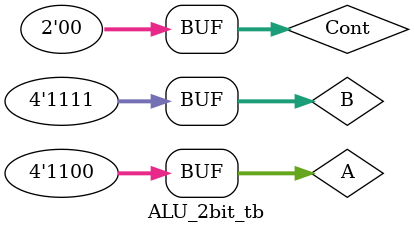
<source format=v>
`timescale 1ns/1ps

module ALU_2bit(Out,A,B,Cont);
	
	output reg [3:0]Out;
	input [3:0]A,B;
	input [1:0]Cont;

always@(A,B,Cont)
begin
	case (Cont)
	2'b00: Out = A+B;
	2'b01: Out = A-B;
	2'b10: Out = A*B;
	2'b11: Out = A%B; 
	endcase


end

endmodule

module ALU_2bit_tb();
	wire [3:0]Out;
	reg [3:0]A,B;
	reg [1:0]Cont;

ALU_2bit alu0(Out,A,B,Cont);

initial 
begin
	A = 4'd12;
	B = 4'd15;
	Cont = 2'b01;
	Cont = #10 2'b11;
	Cont = #20 2'b00;
	

end
endmodule

</source>
